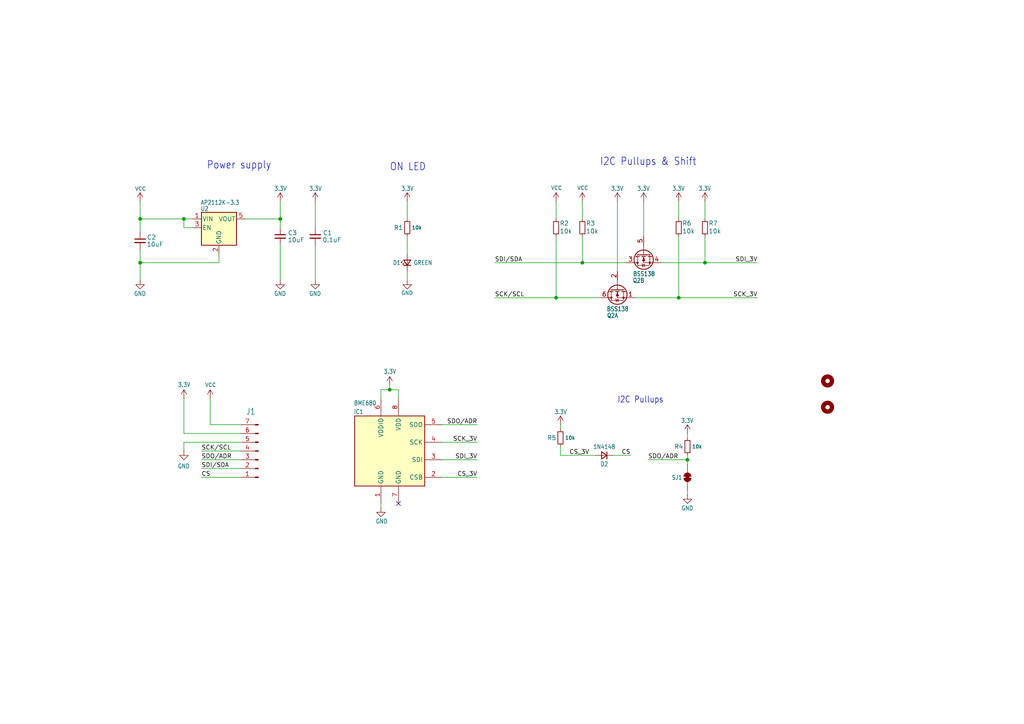
<source format=kicad_sch>
(kicad_sch (version 20231120) (generator "eeschema") (generator_version "8.0")
  (paper "A4")
  (title_block (title "BME680") (date "2024-03-06"))
  (lib_symbols
    (symbol "Connector:Conn_01x07_Pin" (pin_names (offset 1.016) hide)
      (property "Reference" "J" (at 0 10.16 0))
      (property "Value" "Conn_01x07_Pin" (at 0 -10.16 0))
      (symbol "Conn_01x07_Pin_1_1"
        (polyline (pts (xy 1.27 -7.62) (xy 0.8636 -7.62)) (stroke (width 0.1524)))
        (polyline (pts (xy 1.27 -5.08) (xy 0.8636 -5.08)) (stroke (width 0.1524)))
        (polyline (pts (xy 1.27 -2.54) (xy 0.8636 -2.54)) (stroke (width 0.1524)))
        (polyline (pts (xy 1.27 0) (xy 0.8636 0)) (stroke (width 0.1524)))
        (polyline (pts (xy 1.27 2.54) (xy 0.8636 2.54)) (stroke (width 0.1524)))
        (polyline (pts (xy 1.27 5.08) (xy 0.8636 5.08)) (stroke (width 0.1524)))
        (polyline (pts (xy 1.27 7.62) (xy 0.8636 7.62)) (stroke (width 0.1524)))
        (rectangle (start 0.8636 -7.493) (end 0 -7.747) (stroke (width 0.1524)) (fill (type outline)))
        (rectangle (start 0.8636 -4.953) (end 0 -5.207) (stroke (width 0.1524)) (fill (type outline)))
        (rectangle (start 0.8636 -2.413) (end 0 -2.667) (stroke (width 0.1524)) (fill (type outline)))
        (rectangle (start 0.8636 0.127) (end 0 -0.127) (stroke (width 0.1524)) (fill (type outline)))
        (rectangle (start 0.8636 2.667) (end 0 2.413) (stroke (width 0.1524)) (fill (type outline)))
        (rectangle (start 0.8636 5.207) (end 0 4.953) (stroke (width 0.1524)) (fill (type outline)))
        (rectangle (start 0.8636 7.747) (end 0 7.493) (stroke (width 0.1524)) (fill (type outline)))
        (pin passive line (at 5.08 7.62 180) (length 3.81) (name "Pin_1") (number "1"))
        (pin passive line (at 5.08 5.08 180) (length 3.81) (name "Pin_2") (number "2"))
        (pin passive line (at 5.08 2.54 180) (length 3.81) (name "Pin_3") (number "3"))
        (pin passive line (at 5.08 0 180) (length 3.81) (name "Pin_4") (number "4"))
        (pin passive line (at 5.08 -2.54 180) (length 3.81) (name "Pin_5") (number "5"))
        (pin passive line (at 5.08 -5.08 180) (length 3.81) (name "Pin_6") (number "6"))
        (pin passive line (at 5.08 -7.62 180) (length 3.81) (name "Pin_7") (number "7"))
      )
    )
    (symbol "Device:C_Small" (pin_numbers hide) (pin_names (offset 0.254) hide)
      (property "Reference" "C" (at 0.254 1.778 0))
      (property "Value" "C_Small" (at 0.254 -2.032 0))
      (symbol "C_Small_0_1"
        (polyline (pts (xy -1.524 -0.508) (xy 1.524 -0.508)) (stroke (width 0.3302)))
        (polyline (pts (xy -1.524 0.508) (xy 1.524 0.508)) (stroke (width 0.3048)))
      )
      (symbol "C_Small_1_1"
        (pin passive line (at 0 2.54 270) (length 2.032) (name "~") (number "1"))
        (pin passive line (at 0 -2.54 90) (length 2.032) (name "~") (number "2"))
      )
    )
    (symbol "Device:D_Small" (pin_numbers hide) (pin_names (offset 0.254) hide)
      (property "Reference" "D" (at -1.27 2.032 0))
      (property "Value" "D_Small" (at -3.81 -2.032 0))
      (symbol "D_Small_0_1"
        (polyline (pts (xy -0.762 -1.016) (xy -0.762 1.016)) (stroke (width 0.254)))
        (polyline (pts (xy -0.762 0) (xy 0.762 0)))
        (polyline (pts (xy 0.762 -1.016) (xy -0.762 0) (xy 0.762 1.016) (xy 0.762 -1.016)) (stroke (width 0.254)))
      )
      (symbol "D_Small_1_1"
        (pin passive line (at -2.54 0 0) (length 1.778) (name "K") (number "1"))
        (pin passive line (at 2.54 0 180) (length 1.778) (name "A") (number "2"))
      )
    )
    (symbol "Device:LED_Small" (pin_numbers hide) (pin_names (offset 0.254) hide)
      (property "Reference" "D" (at -1.27 3.175 0))
      (property "Value" "LED_Small" (at -4.445 -2.54 0))
      (symbol "LED_Small_0_1"
        (polyline (pts (xy -0.762 -1.016) (xy -0.762 1.016)) (stroke (width 0.254)))
        (polyline (pts (xy 1.016 0) (xy -0.762 0)))
        (polyline (pts (xy 0.762 -1.016) (xy -0.762 0) (xy 0.762 1.016) (xy 0.762 -1.016)) (stroke (width 0.254)))
        (polyline (pts (xy 0 0.762) (xy -0.508 1.27) (xy -0.254 1.27) (xy -0.508 1.27) (xy -0.508 1.016)))
        (polyline (pts (xy 0.508 1.27) (xy 0 1.778) (xy 0.254 1.778) (xy 0 1.778) (xy 0 1.524)))
      )
      (symbol "LED_Small_1_1"
        (pin passive line (at -2.54 0 0) (length 1.778) (name "K") (number "1"))
        (pin passive line (at 2.54 0 180) (length 1.778) (name "A") (number "2"))
      )
    )
    (symbol "Device:Q_Dual_NMOS_G1S2G2D2S1D1" (pin_names (offset 0) hide)
      (property "Reference" "Q2" (at 8.382 -0.254 90))
      (property "Value" "BSS138" (at 6.477 -3.302 90))
      (symbol "Q_Dual_NMOS_G1S2G2D2S1D1_0_1"
        (polyline (pts (xy 0.254 0) (xy -2.54 0)))
        (polyline (pts (xy 0.254 1.905) (xy 0.254 -1.905)) (stroke (width 0.254)))
        (polyline (pts (xy 0.762 -1.27) (xy 0.762 -2.286)) (stroke (width 0.254)))
        (polyline (pts (xy 0.762 0.508) (xy 0.762 -0.508)) (stroke (width 0.254)))
        (polyline (pts (xy 0.762 2.286) (xy 0.762 1.27)) (stroke (width 0.254)))
        (polyline (pts (xy 2.54 2.54) (xy 2.54 1.778)))
        (polyline (pts (xy 2.54 -2.54) (xy 2.54 0) (xy 0.762 0)))
        (polyline (pts (xy 0.762 -1.778) (xy 3.302 -1.778) (xy 3.302 1.778) (xy 0.762 1.778)))
        (polyline (pts (xy 1.016 0) (xy 2.032 0.381) (xy 2.032 -0.381) (xy 1.016 0)) (fill (type outline)))
        (polyline (pts (xy 2.794 0.508) (xy 2.921 0.381) (xy 3.683 0.381) (xy 3.81 0.254)))
        (polyline (pts (xy 3.302 0.381) (xy 2.921 -0.254) (xy 3.683 -0.254) (xy 3.302 0.381)))
        (circle (center 1.651 0) (radius 2.794) (stroke (width 0.254)))
        (circle (center 2.54 -1.778) (radius 0.254) (fill (type outline)))
        (circle (center 2.54 1.778) (radius 0.254) (fill (type outline)))
      )
      (symbol "Q_Dual_NMOS_G1S2G2D2S1D1_1_1"
        (pin passive line (at 2.54 -5.08 90) (length 2.54) (name "S") (number "1"))
        (pin input line (at -5.08 0 0) (length 2.54) (name "G") (number "2"))
        (pin passive line (at 2.54 5.08 270) (length 2.54) (name "D") (number "6"))
      )
      (symbol "Q_Dual_NMOS_G1S2G2D2S1D1_2_1"
        (pin passive line (at 2.54 5.08 270) (length 2.54) (name "D") (number "3"))
        (pin passive line (at 2.54 -5.08 90) (length 2.54) (name "S") (number "4"))
        (pin input line (at -5.08 0 0) (length 2.54) (name "G") (number "5"))
      )
    )
    (symbol "Device:R_Small" (pin_numbers hide) (pin_names (offset 0.254) hide)
      (property "Reference" "R" (at 0.762 0.508 0))
      (property "Value" "R_Small" (at 0.762 -1.016 0))
      (symbol "R_Small_0_1"
        (rectangle (start -0.762 1.778) (end 0.762 -1.778) (stroke (width 0.2032)))
      )
      (symbol "R_Small_1_1"
        (pin passive line (at 0 2.54 270) (length 0.762) (name "~") (number "1"))
        (pin passive line (at 0 -2.54 90) (length 0.762) (name "~") (number "2"))
      )
    )
    (symbol "Jumper:SolderJumper_2_Bridged" (pin_numbers hide) (pin_names (offset 0) hide) (exclude_from_sim yes) (in_bom no)
      (property "Reference" "JP" (at 0 2.032 0))
      (property "Value" "SolderJumper_2_Bridged" (at 0 -2.54 0))
      (symbol "SolderJumper_2_Bridged_0_1"
        (rectangle (start -0.508 0.508) (end 0.508 -0.508) (fill (type outline)))
        (arc (start -0.254 1.016) (mid -1.2656 0) (end -0.254 -1.016))
        (arc (start -0.254 1.016) (mid -1.2656 0) (end -0.254 -1.016) (fill (type outline)))
        (polyline (pts (xy -0.254 1.016) (xy -0.254 -1.016)))
        (polyline (pts (xy 0.254 1.016) (xy 0.254 -1.016)))
        (arc (start 0.254 -1.016) (mid 1.2656 0) (end 0.254 1.016))
        (arc (start 0.254 -1.016) (mid 1.2656 0) (end 0.254 1.016) (fill (type outline)))
      )
      (symbol "SolderJumper_2_Bridged_1_1"
        (pin passive line (at -3.81 0 0) (length 2.54) (name "A") (number "1"))
        (pin passive line (at 3.81 0 180) (length 2.54) (name "B") (number "2"))
      )
    )
    (symbol "Mechanical:MountingHole" (pin_names (offset 1.016)) (exclude_from_sim yes) (in_bom no)
      (property "Reference" "H" (at 0 5.08 0))
      (property "Value" "MountingHole" (at 0 3.175 0))
      (symbol "MountingHole_0_1"
        (circle (center 0 0) (radius 1.27) (stroke (width 1.27)))
      )
    )
    (symbol "Q_Dual_NMOS_G1S2G2D2S1D1_1" (pin_names (offset 0) hide)
      (property "Reference" "Q2" (at 8.382 -0.254 90))
      (property "Value" "BSS138" (at 6.477 -3.302 90))
      (symbol "Q_Dual_NMOS_G1S2G2D2S1D1_1_0_1"
        (polyline (pts (xy 0.254 0) (xy -2.54 0)))
        (polyline (pts (xy 0.254 1.905) (xy 0.254 -1.905)) (stroke (width 0.254)))
        (polyline (pts (xy 0.762 -1.27) (xy 0.762 -2.286)) (stroke (width 0.254)))
        (polyline (pts (xy 0.762 0.508) (xy 0.762 -0.508)) (stroke (width 0.254)))
        (polyline (pts (xy 0.762 2.286) (xy 0.762 1.27)) (stroke (width 0.254)))
        (polyline (pts (xy 2.54 2.54) (xy 2.54 1.778)))
        (polyline (pts (xy 2.54 -2.54) (xy 2.54 0) (xy 0.762 0)))
        (polyline (pts (xy 0.762 -1.778) (xy 3.302 -1.778) (xy 3.302 1.778) (xy 0.762 1.778)))
        (polyline (pts (xy 1.016 0) (xy 2.032 0.381) (xy 2.032 -0.381) (xy 1.016 0)) (fill (type outline)))
        (polyline (pts (xy 2.794 0.508) (xy 2.921 0.381) (xy 3.683 0.381) (xy 3.81 0.254)))
        (polyline (pts (xy 3.302 0.381) (xy 2.921 -0.254) (xy 3.683 -0.254) (xy 3.302 0.381)))
        (circle (center 1.651 0) (radius 2.794) (stroke (width 0.254)))
        (circle (center 2.54 -1.778) (radius 0.254) (fill (type outline)))
        (circle (center 2.54 1.778) (radius 0.254) (fill (type outline)))
      )
      (symbol "Q_Dual_NMOS_G1S2G2D2S1D1_1_1_1"
        (pin passive line (at 2.54 -5.08 90) (length 2.54) (name "S") (number "1"))
        (pin input line (at -5.08 0 0) (length 2.54) (name "G") (number "2"))
        (pin passive line (at 2.54 5.08 270) (length 2.54) (name "D") (number "6"))
      )
      (symbol "Q_Dual_NMOS_G1S2G2D2S1D1_1_2_1"
        (pin passive line (at 2.54 5.08 270) (length 2.54) (name "D") (number "3"))
        (pin passive line (at 2.54 -5.08 90) (length 2.54) (name "S") (number "4"))
        (pin input line (at -5.08 0 0) (length 2.54) (name "G") (number "5"))
      )
    )
    (symbol "Regulator_Linear:AP2112K-3.3" (pin_names (offset 0.254))
      (property "Reference" "U" (at -5.08 5.715 0))
      (property "Value" "AP2112K-3.3" (at 0 5.715 0))
      (symbol "AP2112K-3.3_0_1"
        (rectangle (start -5.08 4.445) (end 5.08 -5.08) (stroke (width 0.254)) (fill (type background)))
      )
      (symbol "AP2112K-3.3_1_1"
        (pin power_in line (at -7.62 2.54 0) (length 2.54) (name "VIN") (number "1"))
        (pin power_in line (at 0 -7.62 90) (length 2.54) (name "GND") (number "2"))
        (pin input line (at -7.62 0 0) (length 2.54) (name "EN") (number "3"))
        (pin no_connect line (at 5.08 0 180) (length 2.54) hide (name "NC") (number "4"))
        (pin power_out line (at 7.62 2.54 180) (length 2.54) (name "VOUT") (number "5"))
      )
    )
    (symbol "Sensor:BME680"
      (property "Reference" "U" (at -8.89 11.43 0))
      (property "Value" "BME680" (at 7.62 11.43 0))
      (symbol "BME680_0_1"
        (rectangle (start -10.16 10.16) (end 10.16 -10.16) (stroke (width 0.254)) (fill (type background)))
      )
      (symbol "BME680_1_1"
        (pin power_in line (at -2.54 -15.24 90) (length 5.08) (name "GND") (number "1"))
        (pin input line (at 15.24 -7.62 180) (length 5.08) (name "CSB") (number "2"))
        (pin bidirectional line (at 15.24 -2.54 180) (length 5.08) (name "SDI") (number "3"))
        (pin input line (at 15.24 2.54 180) (length 5.08) (name "SCK") (number "4"))
        (pin bidirectional line (at 15.24 7.62 180) (length 5.08) (name "SDO") (number "5"))
        (pin power_in line (at -2.54 15.24 270) (length 5.08) (name "VDDIO") (number "6"))
        (pin power_in line (at 2.54 -15.24 90) (length 5.08) (name "GND") (number "7"))
        (pin power_in line (at 2.54 15.24 270) (length 5.08) (name "VDD") (number "8"))
      )
    )
    (symbol "power:+3.3V" (power) (pin_numbers hide) (pin_names (offset 0) hide)
      (property "Value" "+3.3V" (at 0 3.556 0))
      (symbol "+3.3V_0_1"
        (polyline (pts (xy -0.762 1.27) (xy 0 2.54)))
        (polyline (pts (xy 0 0) (xy 0 2.54)))
        (polyline (pts (xy 0 2.54) (xy 0.762 1.27)))
      )
      (symbol "+3.3V_1_1"
        (pin power_in line (at 0 0 90) (length 0) (name "~") (number "1"))
      )
    )
    (symbol "power:GND" (power) (pin_numbers hide) (pin_names (offset 0) hide)
      (property "Value" "GND" (at 0 -3.81 0))
      (symbol "GND_0_1"
        (polyline (pts (xy 0 0) (xy 0 -1.27) (xy 1.27 -1.27) (xy 0 -2.54) (xy -1.27 -1.27) (xy 0 -1.27)))
      )
      (symbol "GND_1_1"
        (pin power_in line (at 0 0 270) (length 0) (name "~") (number "1"))
      )
    )
    (symbol "power:VCC" (power) (pin_numbers hide) (pin_names (offset 0) hide)
      (property "Value" "VCC" (at 0 3.556 0))
      (symbol "VCC_0_1"
        (polyline (pts (xy -0.762 1.27) (xy 0 2.54)))
        (polyline (pts (xy 0 0) (xy 0 2.54)))
        (polyline (pts (xy 0 2.54) (xy 0.762 1.27)))
      )
      (symbol "VCC_1_1"
        (pin power_in line (at 0 0 90) (length 0) (name "~") (number "1"))
      )
    )
  )
  (junction (at 196.85 86.36))
  (junction (at 168.91 76.2))
  (junction (at 113.03 113.03))
  (junction (at 161.29 86.36))
  (junction (at 204.47 76.2))
  (junction (at 199.39 133.35))
  (junction (at 40.64 63.5))
  (junction (at 53.34 63.5))
  (junction (at 81.28 63.5))
  (junction (at 40.64 76.2))
  (no_connect (at 115.57 146.05))
  (wire (pts (xy 81.28 58.42) (xy 81.28 60.96)))
  (wire (pts (xy 60.96 115.57) (xy 60.96 118.11)))
  (wire (pts (xy 168.91 68.58) (xy 168.91 73.66)))
  (polyline (pts (xy 363.22 162.56) (xy 363.22 160.02)) (stroke (width 0.1524) (type solid)))
  (wire (pts (xy 53.34 128.27) (xy 53.34 130.81)) (stroke (width 0.1524)))
  (wire (pts (xy 73.66 63.5) (xy 81.28 63.5)) (stroke (width 0.1524)))
  (wire (pts (xy 118.11 68.58) (xy 118.11 73.66)) (stroke (width 0.1524)))
  (wire (pts (xy 162.56 123.19) (xy 162.56 124.46)))
  (wire (pts (xy 143.51 76.2) (xy 168.91 76.2)))
  (wire (pts (xy 199.39 125.73) (xy 199.39 127)))
  (wire (pts (xy 196.85 58.42) (xy 196.85 60.96)))
  (wire (pts (xy 161.29 69.85) (xy 161.29 86.36)) (stroke (width 0.1524)))
  (wire (pts (xy 63.5 76.2) (xy 63.5 73.66)) (stroke (width 0.1524)))
  (wire (pts (xy 118.11 78.74) (xy 118.11 81.28)))
  (wire (pts (xy 204.47 76.2) (xy 219.71 76.2)) (stroke (width 0.1524)))
  (wire (pts (xy 204.47 73.66) (xy 204.47 76.2)) (stroke (width 0.1524)))
  (wire (pts (xy 199.39 133.35) (xy 187.96 133.35)) (stroke (width 0.1524)))
  (wire (pts (xy 168.91 58.42) (xy 168.91 60.96)))
  (wire (pts (xy 53.34 128.27) (xy 69.85 128.27)) (stroke (width 0.1524)))
  (wire (pts (xy 91.44 71.12) (xy 91.44 78.74)) (stroke (width 0.1524)))
  (wire (pts (xy 179.07 58.42) (xy 179.07 78.74)))
  (wire (pts (xy 40.64 63.5) (xy 53.34 63.5)) (stroke (width 0.1524)))
  (wire (pts (xy 58.42 130.81) (xy 69.85 130.81)) (stroke (width 0.1524)))
  (wire (pts (xy 110.49 113.03) (xy 113.03 113.03)))
  (wire (pts (xy 115.57 113.03) (xy 113.03 113.03)))
  (wire (pts (xy 196.85 63.5) (xy 196.85 60.96)) (stroke (width 0.1524)))
  (wire (pts (xy 113.03 111.76) (xy 113.03 113.03)))
  (wire (pts (xy 58.42 133.35) (xy 69.85 133.35)) (stroke (width 0.1524)))
  (wire (pts (xy 69.85 123.19) (xy 60.96 123.19)))
  (wire (pts (xy 196.85 86.36) (xy 219.71 86.36)) (stroke (width 0.1524)))
  (wire (pts (xy 110.49 146.05) (xy 110.49 147.32)))
  (wire (pts (xy 71.12 63.5) (xy 73.66 63.5)))
  (wire (pts (xy 55.88 66.04) (xy 53.34 66.04)))
  (wire (pts (xy 196.85 73.66) (xy 196.85 86.36)) (stroke (width 0.1524)))
  (wire (pts (xy 173.99 86.36) (xy 161.29 86.36)) (stroke (width 0.1524)))
  (wire (pts (xy 204.47 68.58) (xy 204.47 73.66)))
  (wire (pts (xy 128.27 128.27) (xy 138.43 128.27)))
  (wire (pts (xy 40.64 63.5) (xy 40.64 67.31)))
  (wire (pts (xy 58.42 135.89) (xy 69.85 135.89)) (stroke (width 0.1524)))
  (wire (pts (xy 91.44 78.74) (xy 91.44 81.28)))
  (wire (pts (xy 191.77 76.2) (xy 204.47 76.2)) (stroke (width 0.1524)))
  (wire (pts (xy 118.11 58.42) (xy 118.11 63.5)))
  (wire (pts (xy 40.64 76.2) (xy 40.64 81.28)) (stroke (width 0.1524)))
  (wire (pts (xy 161.29 68.58) (xy 161.29 69.85)))
  (wire (pts (xy 91.44 58.42) (xy 91.44 60.96)))
  (wire (pts (xy 53.34 125.73) (xy 69.85 125.73)))
  (wire (pts (xy 184.15 86.36) (xy 196.85 86.36)) (stroke (width 0.1524)))
  (wire (pts (xy 161.29 58.42) (xy 161.29 63.5)))
  (wire (pts (xy 115.57 115.57) (xy 115.57 113.03)))
  (wire (pts (xy 143.51 86.36) (xy 161.29 86.36)))
  (wire (pts (xy 53.34 63.5) (xy 55.88 63.5)) (stroke (width 0.1524)))
  (wire (pts (xy 40.64 76.2) (xy 40.64 72.39)) (stroke (width 0.1524)))
  (wire (pts (xy 177.8 132.08) (xy 182.88 132.08)) (stroke (width 0.1524)))
  (wire (pts (xy 40.64 76.2) (xy 63.5 76.2)) (stroke (width 0.1524)))
  (wire (pts (xy 53.34 115.57) (xy 53.34 125.73)) (stroke (width 0.1524)))
  (wire (pts (xy 53.34 66.04) (xy 53.34 63.5)))
  (wire (pts (xy 168.91 73.66) (xy 168.91 76.2)) (stroke (width 0.1524)))
  (wire (pts (xy 40.64 60.96) (xy 40.64 63.5)) (stroke (width 0.1524)))
  (wire (pts (xy 168.91 63.5) (xy 168.91 60.96)) (stroke (width 0.1524)))
  (wire (pts (xy 181.61 76.2) (xy 168.91 76.2)) (stroke (width 0.1524)))
  (wire (pts (xy 58.42 138.43) (xy 69.85 138.43)) (stroke (width 0.1524)))
  (wire (pts (xy 162.56 132.08) (xy 162.56 129.54)) (stroke (width 0.1524)))
  (wire (pts (xy 110.49 115.57) (xy 110.49 113.03)))
  (wire (pts (xy 204.47 63.5) (xy 204.47 60.96)) (stroke (width 0.1524)))
  (wire (pts (xy 186.69 60.96) (xy 186.69 68.58)) (stroke (width 0.1524)))
  (wire (pts (xy 40.64 58.42) (xy 40.64 60.96)))
  (wire (pts (xy 60.96 123.19) (xy 60.96 118.11)) (stroke (width 0.1524)))
  (wire (pts (xy 186.69 58.42) (xy 186.69 60.96)))
  (wire (pts (xy 199.39 133.35) (xy 199.39 134.62)))
  (wire (pts (xy 204.47 58.42) (xy 204.47 60.96)))
  (wire (pts (xy 91.44 60.96) (xy 91.44 66.04)) (stroke (width 0.1524)))
  (wire (pts (xy 81.28 78.74) (xy 81.28 81.28)))
  (wire (pts (xy 196.85 68.58) (xy 196.85 73.66)))
  (wire (pts (xy 162.56 132.08) (xy 172.72 132.08)) (stroke (width 0.1524)))
  (wire (pts (xy 128.27 123.19) (xy 138.43 123.19)))
  (wire (pts (xy 81.28 63.5) (xy 81.28 60.96)) (stroke (width 0.1524)))
  (wire (pts (xy 199.39 132.08) (xy 199.39 133.35)))
  (wire (pts (xy 81.28 63.5) (xy 81.28 66.04)) (stroke (width 0.1524)))
  (wire (pts (xy 81.28 71.12) (xy 81.28 78.74)) (stroke (width 0.1524)))
  (wire (pts (xy 128.27 138.43) (xy 138.43 138.43)))
  (wire (pts (xy 128.27 133.35) (xy 138.43 133.35)))
  (wire (pts (xy 199.39 142.24) (xy 199.39 143.51)) (stroke (width 0.1524)))
  (text "I2C Pullups" (at 179.07 117.094 0) (effects (font (size 1.778 1.5113)) (justify left bottom)))
  (text "I2C Pullups & Shift" (at 173.99 48.26 0) (effects (font (size 2.1844 1.8567)) (justify left bottom)))
  (text "Power supply" (at 59.944 49.276 0) (effects (font (size 2.1844 1.8567)) (justify left bottom)))
  (text "ON LED" (at 113.03 49.784 0) (effects (font (size 2.1844 1.8567)) (justify left bottom)))
  (label "CS_3V" (at 138.43 138.43 180) (effects (font (size 1.2446 1.2446))))
  (label "SCK_3V" (at 219.71 86.36 180) (effects (font (size 1.2446 1.2446))))
  (label "CS" (at 58.42 138.43 0) (effects (font (size 1.2446 1.2446))))
  (label "SCK/SCL" (at 58.42 130.81 0) (effects (font (size 1.2446 1.2446))))
  (label "SDI/SDA" (at 143.51 76.2 0) (effects (font (size 1.2446 1.2446))))
  (label "SDO/ADR" (at 58.42 133.35 0) (effects (font (size 1.2446 1.2446))))
  (label "CS_3V" (at 165.1 132.08 0) (effects (font (size 1.2446 1.2446))))
  (label "SDO/ADR" (at 187.96 133.35 0) (effects (font (size 1.2446 1.2446))))
  (label "SDI_3V" (at 138.43 133.35 180) (effects (font (size 1.2446 1.2446))))
  (label "CS" (at 182.88 132.08 180) (effects (font (size 1.2446 1.2446))))
  (label "SDI/SDA" (at 58.42 135.89 0) (effects (font (size 1.2446 1.2446))))
  (label "SCK/SCL" (at 143.51 86.36 0) (effects (font (size 1.2446 1.2446))))
  (label "SDI_3V" (at 219.71 76.2 180) (effects (font (size 1.2446 1.2446))))
  (label "SCK_3V" (at 138.43 128.27 180) (effects (font (size 1.2446 1.2446))))
  (label "SDO/ADR" (at 138.43 123.19 180) (effects (font (size 1.2446 1.2446))))
  (symbol (lib_id "power:+3.3V") (at 204.47 58.42 0) (mirror y) (unit 1)
    (property "Reference" "#U$07" (effects (hide yes)))
    (property "Value" "3.3V" (at 206.248 55.372 0) (effects (font (size 1.27 1.0795)) (justify left bottom)))
    (property "Description" "Power symbol creates a global label with name \"+3.3V\"" (effects (hide yes)))
  )
  (symbol (lib_id "Mechanical:MountingHole") (at 240.03 110.49 0) (unit 1) (exclude_from_sim yes) (in_bom no)
    (property "Reference" "U$17" (effects (hide yes)))
    (property "Value" "MOUNTINGHOLE2.5" (effects (hide yes)))
    (property "Footprint" "MountingHole:MountingHole_2.5mm" (effects (hide yes)))
    (property "Description" "Mounting Hole without connection" (effects (hide yes)))
  )
  (symbol (lib_id "Device:R_Small") (at 204.47 66.04 0) (unit 1)
    (property "Reference" "R7" (at 205.486 64.77 0) (effects (justify left)))
    (property "Value" "10k" (at 205.486 67.056 0) (effects (justify left)))
    (property "Footprint" "Resistor_SMD:R_0603_1608Metric" (effects (hide yes)))
    (property "Description" "SMD Chip Resistor, 10 kohm, ± 1%, 100 mW, 0603 [1608 Metric], Thick Film, General Purpose" (effects (hide yes)))
    (property "Componant package type" "R_0603" (effects (hide yes)))
    (property "MPN" "/" (effects (hide yes)))
    (property "Manufacturer" "/" (effects (hide yes)))
    (property "SPN" "GPR060310K" (effects (hide yes)))
    (property "Supplier" "Eurocircuits" (effects (hide yes)))
  )
  (symbol (lib_id "Device:C_Small") (at 40.64 69.85 0) (unit 1)
    (property "Reference" "C2" (at 43.942 68.834 0))
    (property "Value" "10uF" (at 44.958 70.866 0))
    (property "Footprint" "Capacitor_SMD:C_0805_2012Metric" (effects (hide yes)))
    (property "Description" "10µF ±10% 25V Ceramic Capacitor X5R 0805 (2012 Metric)" (effects (hide yes)))
    (property "Componant package type" "C_0805" (effects (hide yes)))
    (property "MPN" "/" (effects (hide yes)))
    (property "Manufacturer" "/" (effects (hide yes)))
    (property "SPN" "GPC0805106-25" (effects (hide yes)))
    (property "Supplier" "Eurocircuits" (effects (hide yes)))
  )
  (symbol (lib_id "Regulator_Linear:AP2112K-3.3") (at 63.5 66.04 0) (unit 1)
    (property "Reference" "U2" (at 58.166 61.214 0) (effects (font (size 1.27 1.0795)) (justify left bottom)))
    (property "Value" "AP2112K-3.3" (at 58.166 59.436 0) (effects (font (size 1.27 1.0795)) (justify left bottom)))
    (property "Footprint" "Package_TO_SOT_SMD:SOT-23-5" (effects (hide yes)))
    (property "Datasheet" "https://www.diodes.com/assets/Datasheets/AP2112.pdf" (effects (hide yes)))
    (property "Description" "IC REG LINEAR 3.3V 600MA SOT25" (effects (hide yes)))
    (property "Componant package type" "SOT-25" (effects (hide yes)))
    (property "MPN" "AP2112K-3.3TRG1" (effects (hide yes)))
    (property "Manufacturer" "Diodes Incorporate" (effects (hide yes)))
    (property "SPN" "AP2112K-3.3TRG1DITR-ND" (effects (hide yes)))
    (property "Supplier" "DigiKey" (effects (hide yes)))
  )
  (symbol (lib_id "Device:R_Small") (at 199.39 129.54 180) (unit 1)
    (property "Reference" "R4" (at 196.85 129.54 0))
    (property "Value" "10k" (at 202.184 129.54 0) (effects (font (size 1.016 1.016) (bold yes))))
    (property "Footprint" "Resistor_SMD:R_0603_1608Metric" (effects (hide yes)))
    (property "Description" "SMD Chip Resistor, 10 kohm, ± 1%, 100 mW, 0603 [1608 Metric], Thick Film, General Purpose" (effects (hide yes)))
    (property "Componant package type" "R_0603" (effects (hide yes)))
    (property "MPN" "/" (effects (hide yes)))
    (property "Manufacturer" "/" (effects (hide yes)))
    (property "SPN" "GPR060310K" (effects (hide yes)))
    (property "Supplier" "Eurocircuits" (effects (hide yes)))
  )
  (symbol (lib_id "Device:R_Small") (at 196.85 66.04 0) (unit 1)
    (property "Reference" "R6" (at 197.866 64.77 0) (effects (justify left)))
    (property "Value" "10k" (at 197.866 67.056 0) (effects (justify left)))
    (property "Footprint" "Resistor_SMD:R_0603_1608Metric" (effects (hide yes)))
    (property "Description" "SMD Chip Resistor, 10 kohm, ± 1%, 100 mW, 0603 [1608 Metric], Thick Film, General Purpose" (effects (hide yes)))
    (property "Componant package type" "R_0603" (effects (hide yes)))
    (property "MPN" "/" (effects (hide yes)))
    (property "Manufacturer" "/" (effects (hide yes)))
    (property "SPN" "GPR060310K" (effects (hide yes)))
    (property "Supplier" "Eurocircuits" (effects (hide yes)))
  )
  (symbol (lib_id "Device:Q_Dual_NMOS_G1S2G2D2S1D1") (at 186.69 73.66 90) (mirror x) (unit 2)
    (property "Reference" "Q2" (at 186.944 82.042 90) (effects (font (size 1.27 1.0795)) (justify left bottom)))
    (property "Value" "BSS138" (at 189.992 80.137 90) (effects (font (size 1.27 1.0795)) (justify left bottom)))
    (property "Footprint" "Package_TO_SOT_SMD:SOT-363_SC-70-6" (effects (hide yes)))
    (property "Description" "MOSFET 2N-CH 50V 0.2A SOT363" (effects (hide yes)))
    (property "Sim.Device" "NMOS" (effects (hide yes)))
    (property "Sim.Type" "VDMOS" (effects (hide yes)))
    (property "Sim.Pins" "1=D 2=G 3=S" (effects (hide yes)))
    (property "Componant package type" "SOT-363" (effects (hide yes)))
    (property "MPN" "BSS138DWQ-7" (effects (hide yes)))
    (property "Manufacturer" "Diodes Incorporated" (effects (hide yes)))
    (property "SPN" "BSS138DWQ-7DITR-ND" (effects (hide yes)))
    (property "Supplier" "DigiKey" (effects (hide yes)))
  )
  (symbol (lib_id "power:+3.3V") (at 118.11 58.42 0) (unit 1)
    (property "Reference" "#U$03" (effects (hide yes)))
    (property "Value" "3.3V" (at 116.332 55.372 0) (effects (font (size 1.27 1.0795)) (justify left bottom)))
    (property "Description" "Power symbol creates a global label with name \"+3.3V\"" (effects (hide yes)))
  )
  (symbol (lib_id "power:GND") (at 91.44 81.28 0) (unit 1)
    (property "Reference" "#U$06" (effects (hide yes)))
    (property "Value" "GND" (at 89.662 85.852 0) (effects (font (size 1.27 1.0795)) (justify left bottom)))
    (property "Description" "Power symbol creates a global label with name \"GND\" , ground" (effects (hide yes)))
  )
  (symbol (lib_id "Device:R_Small") (at 118.11 66.04 0) (unit 1)
    (property "Reference" "R1" (at 115.57 66.04 0))
    (property "Value" "10k" (at 120.904 66.04 0) (effects (font (size 1.016 1.016) (bold yes))))
    (property "Footprint" "Resistor_SMD:R_0603_1608Metric" (effects (hide yes)))
    (property "Description" "SMD Chip Resistor, 10 kohm, ± 1%, 100 mW, 0603 [1608 Metric], Thick Film, General Purpose" (effects (hide yes)))
    (property "Componant package type" "R_0603" (effects (hide yes)))
    (property "MPN" "/" (effects (hide yes)))
    (property "Manufacturer" "/" (effects (hide yes)))
    (property "SPN" "GPR060310K" (effects (hide yes)))
    (property "Supplier" "Eurocircuits" (effects (hide yes)))
  )
  (symbol (lib_name "Q_Dual_NMOS_G1S2G2D2S1D1_1") (lib_id "Device:Q_Dual_NMOS_G1S2G2D2S1D1") (at 179.07 83.82 90) (mirror x) (unit 1)
    (property "Reference" "Q2" (at 179.324 92.202 90) (effects (font (size 1.27 1.0795)) (justify left bottom)))
    (property "Value" "BSS138" (at 182.372 90.297 90) (effects (font (size 1.27 1.0795)) (justify left bottom)))
    (property "Footprint" "Package_TO_SOT_SMD:SOT-363_SC-70-6" (effects (hide yes)))
    (property "Description" "MOSFET 2N-CH 50V 0.2A SOT363" (effects (hide yes)))
    (property "Sim.Device" "NMOS" (effects (hide yes)))
    (property "Sim.Type" "VDMOS" (effects (hide yes)))
    (property "Sim.Pins" "1=D 2=G 3=S" (effects (hide yes)))
    (property "Componant package type" "SOT-363" (effects (hide yes)))
    (property "MPN" "BSS138DWQ-7" (effects (hide yes)))
    (property "Manufacturer" "Diodes Incorporated" (effects (hide yes)))
    (property "SPN" "BSS138DWQ-7DITR-ND" (effects (hide yes)))
    (property "Supplier" "DigiKey" (effects (hide yes)))
  )
  (symbol (lib_id "Device:D_Small") (at 175.26 132.08 180) (unit 1)
    (property "Reference" "D2" (at 175.26 134.62 0) (effects (font (size 1.27 1.0795))))
    (property "Value" "1N4148" (at 175.26 129.58 0) (effects (font (size 1.27 1.0795))))
    (property "Footprint" "Diode_SMD:D_SOD-323" (effects (hide yes)))
    (property "Description" "DIODE GEN PURP 75V 150MA SOD323" (effects (hide yes)))
    (property "Sim.Device" "D" (effects (hide yes)))
    (property "Sim.Pins" "1=K 2=A" (effects (hide yes)))
    (property "Componant package type" "SOD-323" (effects (hide yes)))
    (property "MPN" "1N4148WX-TP" (effects (hide yes)))
    (property "Manufacturer" "Micro Commercial Co" (effects (hide yes)))
    (property "SPN" "1N4148WXTPMSTR-ND" (effects (hide yes)))
    (property "Supplier" "DigiKey" (effects (hide yes)))
  )
  (symbol (lib_id "Mechanical:MountingHole") (at 240.03 118.11 0) (unit 1) (exclude_from_sim yes) (in_bom no)
    (property "Reference" "U$1" (effects (hide yes)))
    (property "Value" "MOUNTINGHOLE2.5" (effects (hide yes)))
    (property "Footprint" "MountingHole:MountingHole_2.5mm" (effects (hide yes)))
    (property "Description" "Mounting Hole without connection" (effects (hide yes)))
  )
  (symbol (lib_id "power:VCC") (at 60.96 115.57 0) (unit 1)
    (property "Reference" "#P+04" (effects (hide yes)))
    (property "Value" "VCC" (at 59.436 112.268 0) (effects (font (size 1.0795 1.0795)) (justify left bottom)))
    (property "Description" "Power symbol creates a global label with name \"VCC\"" (effects (hide yes)))
  )
  (symbol (lib_id "power:GND") (at 118.11 81.28 0) (unit 1)
    (property "Reference" "#GND06" (effects (hide yes)))
    (property "Value" "GND" (at 116.332 85.598 0) (effects (font (size 1.0795 1.0795)) (justify left bottom)))
    (property "Description" "Power symbol creates a global label with name \"GND\" , ground" (effects (hide yes)))
  )
  (symbol (lib_id "power:VCC") (at 40.64 58.42 0) (unit 1)
    (property "Reference" "#P+03" (effects (hide yes)))
    (property "Value" "VCC" (at 39.116 55.372 0) (effects (font (size 1.0795 1.0795)) (justify left bottom)))
    (property "Description" "Power symbol creates a global label with name \"VCC\"" (effects (hide yes)))
  )
  (symbol (lib_id "power:+3.3V") (at 81.28 58.42 0) (unit 1)
    (property "Reference" "#U$015" (effects (hide yes)))
    (property "Value" "3.3V" (at 79.502 55.372 0) (effects (font (size 1.27 1.0795)) (justify left bottom)))
    (property "Description" "Power symbol creates a global label with name \"+3.3V\"" (effects (hide yes)))
  )
  (symbol (lib_id "power:+3.3V") (at 179.07 58.42 0) (mirror y) (unit 1)
    (property "Reference" "#U$026" (effects (hide yes)))
    (property "Value" "3.3V" (at 180.848 55.372 0) (effects (font (size 1.27 1.0795)) (justify left bottom)))
    (property "Description" "Power symbol creates a global label with name \"+3.3V\"" (effects (hide yes)))
  )
  (symbol (lib_id "Device:R_Small") (at 162.56 127 180) (unit 1)
    (property "Reference" "R5" (at 160.02 127 0))
    (property "Value" "10k" (at 165.354 127 0) (effects (font (size 1.016 1.016) (bold yes))))
    (property "Footprint" "Resistor_SMD:R_0603_1608Metric" (effects (hide yes)))
    (property "Description" "SMD Chip Resistor, 10 kohm, ± 1%, 100 mW, 0603 [1608 Metric], Thick Film, General Purpose" (effects (hide yes)))
    (property "Componant package type" "R_0603" (effects (hide yes)))
    (property "MPN" "/" (effects (hide yes)))
    (property "Manufacturer" "/" (effects (hide yes)))
    (property "SPN" "GPR060310K" (effects (hide yes)))
    (property "Supplier" "Eurocircuits" (effects (hide yes)))
  )
  (symbol (lib_id "Device:R_Small") (at 161.29 66.04 0) (unit 1)
    (property "Reference" "R2" (at 162.306 64.77 0) (effects (justify left)))
    (property "Value" "10k" (at 162.306 67.056 0) (effects (justify left)))
    (property "Footprint" "Resistor_SMD:R_0603_1608Metric" (effects (hide yes)))
    (property "Description" "SMD Chip Resistor, 10 kohm, ± 1%, 100 mW, 0603 [1608 Metric], Thick Film, General Purpose" (effects (hide yes)))
    (property "Componant package type" "R_0603" (effects (hide yes)))
    (property "MPN" "/" (effects (hide yes)))
    (property "Manufacturer" "/" (effects (hide yes)))
    (property "SPN" "GPR060310K" (effects (hide yes)))
    (property "Supplier" "Eurocircuits" (effects (hide yes)))
  )
  (symbol (lib_id "Connector:Conn_01x07_Pin") (at 74.93 130.81 180) (unit 1)
    (property "Reference" "J1" (at 74.168 118.364 0) (effects (font (size 1.778 1.5113)) (justify left bottom)))
    (property "Value" "HEADER-1X770MIL" (effects (hide yes)))
    (property "Footprint" "Connector_PinHeader_2.54mm:PinHeader_1x07_P2.54mm_Vertical" (effects (hide yes)))
    (property "Description" "CONN HEADER VERT 7POS 2.54MM" (effects (hide yes)))
    (property "Componant package type" "/" (effects (hide yes)))
    (property "MPN" "TSW-107-23-G-S" (effects (hide yes)))
    (property "Manufacturer" "Samtec Inc." (effects (hide yes)))
    (property "SPN" "SAM1069-07-ND" (effects (hide yes)))
    (property "Supplier" "DigiKey" (effects (hide yes)))
  )
  (symbol (lib_id "power:+3.3V") (at 186.69 58.42 0) (mirror y) (unit 1)
    (property "Reference" "#U$023" (effects (hide yes)))
    (property "Value" "3.3V" (at 188.468 55.372 0) (effects (font (size 1.27 1.0795)) (justify left bottom)))
    (property "Description" "Power symbol creates a global label with name \"+3.3V\"" (effects (hide yes)))
  )
  (symbol (lib_id "power:GND") (at 199.39 143.51 0) (unit 1)
    (property "Reference" "#U$09" (effects (hide yes)))
    (property "Value" "GND" (at 197.612 148.082 0) (effects (font (size 1.27 1.0795)) (justify left bottom)))
    (property "Description" "Power symbol creates a global label with name \"GND\" , ground" (effects (hide yes)))
  )
  (symbol (lib_id "power:VCC") (at 161.29 58.42 0) (unit 1)
    (property "Reference" "#P+01" (effects (hide yes)))
    (property "Value" "VCC" (at 159.766 55.118 0) (effects (font (size 1.0795 1.0795)) (justify left bottom)))
    (property "Description" "Power symbol creates a global label with name \"VCC\"" (effects (hide yes)))
  )
  (symbol (lib_id "power:GND") (at 110.49 147.32 0) (unit 1)
    (property "Reference" "#U$019" (effects (hide yes)))
    (property "Value" "GND" (at 108.966 151.892 0) (effects (font (size 1.27 1.0795)) (justify left bottom)))
    (property "Description" "Power symbol creates a global label with name \"GND\" , ground" (effects (hide yes)))
  )
  (symbol (lib_id "Jumper:SolderJumper_2_Bridged") (at 199.39 138.43 270) (unit 1) (exclude_from_sim yes) (in_bom no)
    (property "Reference" "SJ1" (at 194.818 139.192 90) (effects (font (size 1.27 1.0795)) (justify left bottom)))
    (property "Value" "SOLDERJUMPER" (effects (hide yes)))
    (property "Footprint" "Jumper:SolderJumper-2_P1.3mm_Open_TrianglePad1.0x1.5mm" (effects (hide yes)))
    (property "Description" "Solder Jumper, 2-pole, closed/bridged" (effects (hide yes)))
  )
  (symbol (lib_id "power:GND") (at 81.28 81.28 0) (unit 1)
    (property "Reference" "#U$05" (effects (hide yes)))
    (property "Value" "GND" (at 79.502 85.852 0) (effects (font (size 1.27 1.0795)) (justify left bottom)))
    (property "Description" "Power symbol creates a global label with name \"GND\" , ground" (effects (hide yes)))
  )
  (symbol (lib_id "power:+3.3V") (at 196.85 58.42 0) (mirror y) (unit 1)
    (property "Reference" "#U$024" (effects (hide yes)))
    (property "Value" "3.3V" (at 198.628 55.372 0) (effects (font (size 1.27 1.0795)) (justify left bottom)))
    (property "Description" "Power symbol creates a global label with name \"+3.3V\"" (effects (hide yes)))
  )
  (symbol (lib_id "power:GND") (at 40.64 81.28 0) (unit 1)
    (property "Reference" "#U$013" (effects (hide yes)))
    (property "Value" "GND" (at 38.862 85.852 0) (effects (font (size 1.27 1.0795)) (justify left bottom)))
    (property "Description" "Power symbol creates a global label with name \"GND\" , ground" (effects (hide yes)))
  )
  (symbol (lib_id "power:+3.3V") (at 162.56 123.19 0) (unit 1)
    (property "Reference" "#U$042" (effects (hide yes)))
    (property "Value" "3.3V" (at 160.782 120.142 0) (effects (font (size 1.27 1.0795)) (justify left bottom)))
    (property "Description" "Power symbol creates a global label with name \"+3.3V\"" (effects (hide yes)))
  )
  (symbol (lib_id "Device:R_Small") (at 168.91 66.04 0) (unit 1)
    (property "Reference" "R3" (at 169.926 64.77 0) (effects (justify left)))
    (property "Value" "10k" (at 169.926 67.056 0) (effects (justify left)))
    (property "Footprint" "Resistor_SMD:R_0603_1608Metric" (effects (hide yes)))
    (property "Description" "SMD Chip Resistor, 10 kohm, ± 1%, 100 mW, 0603 [1608 Metric], Thick Film, General Purpose" (effects (hide yes)))
    (property "Componant package type" "R_0603" (effects (hide yes)))
    (property "MPN" "/" (effects (hide yes)))
    (property "Manufacturer" "/" (effects (hide yes)))
    (property "SPN" "GPR060310K" (effects (hide yes)))
    (property "Supplier" "Eurocircuits" (effects (hide yes)))
  )
  (symbol (lib_id "power:VCC") (at 168.91 58.42 0) (unit 1)
    (property "Reference" "#P+02" (effects (hide yes)))
    (property "Value" "VCC" (at 167.386 55.118 0) (effects (font (size 1.0795 1.0795)) (justify left bottom)))
    (property "Description" "Power symbol creates a global label with name \"VCC\"" (effects (hide yes)))
  )
  (symbol (lib_id "Device:C_Small") (at 81.28 68.58 0) (unit 1)
    (property "Reference" "C3" (at 84.836 67.564 0))
    (property "Value" "10uF" (at 85.852 69.596 0))
    (property "Footprint" "Capacitor_SMD:C_0805_2012Metric" (effects (hide yes)))
    (property "Description" "10µF ±10% 25V Ceramic Capacitor X5R 0805 (2012 Metric)" (effects (hide yes)))
    (property "Componant package type" "C_0805" (effects (hide yes)))
    (property "MPN" "/" (effects (hide yes)))
    (property "Manufacturer" "/" (effects (hide yes)))
    (property "SPN" "GPC0805106-25" (effects (hide yes)))
    (property "Supplier" "Eurocircuits" (effects (hide yes)))
  )
  (symbol (lib_id "Device:LED_Small") (at 118.11 76.2 90) (unit 1)
    (property "Reference" "D1" (at 115.062 76.2 90) (effects (font (size 1.27 1.0795))))
    (property "Value" "GREEN" (at 122.682 76.2 90) (effects (font (size 1.27 1.0795))))
    (property "Footprint" "LED_SMD:LED_0603_1608Metric" (effects (hide yes)))
    (property "Description" "LED GREEN CLEAR 0603 SMD" (effects (hide yes)))
    (property "Componant package type" "LED_0603" (effects (hide yes)))
    (property "MPN" "150060GS75000" (effects (hide yes)))
    (property "Manufacturer" "Würth Elektronik" (effects (hide yes)))
    (property "SPN" "732-4971-2-ND" (effects (hide yes)))
    (property "Supplier" "DigiKey" (effects (hide yes)))
  )
  (symbol (lib_id "power:GND") (at 53.34 130.81 0) (unit 1)
    (property "Reference" "#U$010" (effects (hide yes)))
    (property "Value" "GND" (at 51.562 135.89 0) (effects (font (size 1.27 1.0795)) (justify left bottom)))
    (property "Description" "Power symbol creates a global label with name \"GND\" , ground" (effects (hide yes)))
  )
  (symbol (lib_id "power:+3.3V") (at 53.34 115.57 0) (unit 1)
    (property "Reference" "#U$016" (effects (hide yes)))
    (property "Value" "3.3V" (at 51.562 112.268 0) (effects (font (size 1.27 1.0795)) (justify left bottom)))
    (property "Description" "Power symbol creates a global label with name \"+3.3V\"" (effects (hide yes)))
  )
  (symbol (lib_id "Device:C_Small") (at 91.44 68.58 0) (unit 1)
    (property "Reference" "C1" (at 94.996 67.564 0))
    (property "Value" "0.1uF" (at 96.266 69.596 0))
    (property "Footprint" "Capacitor_SMD:C_0603_1608Metric" (effects (hide yes)))
    (property "Description" "0.1 µF ±10% 100V Ceramic Capacitor X7R 0603 (1608 Metric)" (effects (hide yes)))
    (property "Componant package type" "C_0603" (effects (hide yes)))
    (property "MPN" "/" (effects (hide yes)))
    (property "Manufacturer" "/" (effects (hide yes)))
    (property "SPN" "GPC0603104-100 " (effects (hide yes)))
    (property "Supplier" "Eurocircuits" (effects (hide yes)))
  )
  (symbol (lib_id "power:+3.3V") (at 91.44 58.42 0) (unit 1)
    (property "Reference" "#U$014" (effects (hide yes)))
    (property "Value" "3.3V" (at 89.662 55.372 0) (effects (font (size 1.27 1.0795)) (justify left bottom)))
    (property "Description" "Power symbol creates a global label with name \"+3.3V\"" (effects (hide yes)))
  )
  (symbol (lib_id "power:+3.3V") (at 199.39 125.73 0) (mirror y) (unit 1)
    (property "Reference" "#U$08" (effects (hide yes)))
    (property "Value" "3.3V" (at 201.168 122.682 0) (effects (font (size 1.27 1.0795)) (justify left bottom)))
    (property "Description" "Power symbol creates a global label with name \"+3.3V\"" (effects (hide yes)))
  )
  (symbol (lib_id "power:+3.3V") (at 113.03 111.76 0) (unit 1)
    (property "Reference" "#U$012" (effects (hide yes)))
    (property "Value" "3.3V" (at 111.252 108.458 0) (effects (font (size 1.27 1.0795)) (justify left bottom)))
    (property "Description" "Power symbol creates a global label with name \"+3.3V\"" (effects (hide yes)))
  )
  (symbol (lib_id "Sensor:BME680") (at 113.03 130.81 0) (unit 1)
    (property "Reference" "IC1" (at 102.616 120.142 0) (effects (font (size 1.27 1.0795)) (justify left bottom)))
    (property "Value" "BME680" (at 102.616 117.602 0) (effects (font (size 1.27 1.0795)) (justify left bottom)))
    (property "Footprint" "Package_LGA:Bosch_LGA-8_3x3mm_P0.8mm_ClockwisePinNumbering" (effects (hide yes)))
    (property "Datasheet" "https://ae-bst.resource.bosch.com/media/_tech/media/datasheets/BST-BME680-DS001.pdf" (effects (hide yes)))
    (property "Description" "SENSOR GAS/HUM/PRES/TEMP I2C OUT" (effects (hide yes)))
    (property "Componant package type" "/" (effects (hide yes)))
    (property "MPN" "BME680" (effects (hide yes)))
    (property "Manufacturer" "Bosch Sensortec" (effects (hide yes)))
    (property "SPN" "828-1077-2-ND" (effects (hide yes)))
    (property "Supplier" "DigiKey" (effects (hide yes)))
  )
)
</source>
